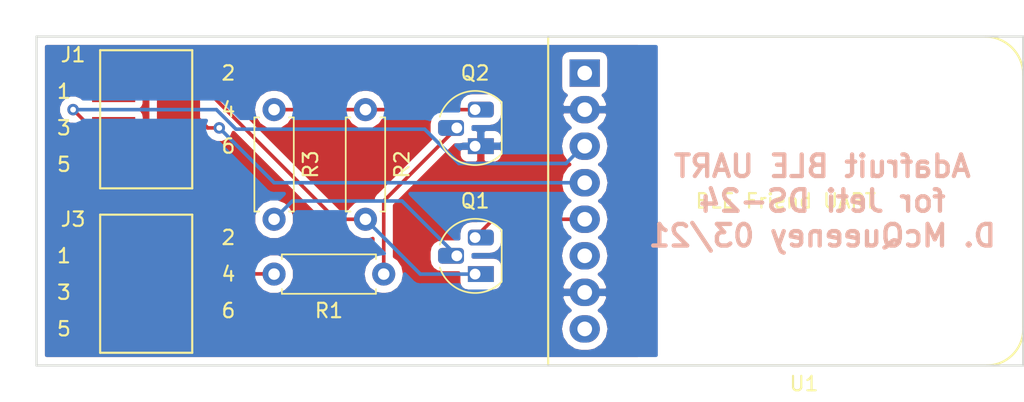
<source format=kicad_pcb>
(kicad_pcb (version 20171130) (host pcbnew 5.0.2+dfsg1-1)

  (general
    (thickness 1.6)
    (drawings 5)
    (tracks 34)
    (zones 0)
    (modules 8)
    (nets 18)
  )

  (page A4)
  (layers
    (0 F.Cu signal)
    (31 B.Cu signal)
    (32 B.Adhes user)
    (33 F.Adhes user)
    (34 B.Paste user)
    (35 F.Paste user)
    (36 B.SilkS user)
    (37 F.SilkS user)
    (38 B.Mask user)
    (39 F.Mask user)
    (40 Dwgs.User user)
    (41 Cmts.User user)
    (42 Eco1.User user)
    (43 Eco2.User user)
    (44 Edge.Cuts user)
    (45 Margin user)
    (46 B.CrtYd user)
    (47 F.CrtYd user)
    (48 B.Fab user hide)
    (49 F.Fab user hide)
  )

  (setup
    (last_trace_width 0.25)
    (trace_clearance 0.2)
    (zone_clearance 0.508)
    (zone_45_only no)
    (trace_min 0.2)
    (segment_width 0.2)
    (edge_width 0.15)
    (via_size 0.8)
    (via_drill 0.4)
    (via_min_size 0.4)
    (via_min_drill 0.3)
    (uvia_size 0.3)
    (uvia_drill 0.1)
    (uvias_allowed no)
    (uvia_min_size 0.2)
    (uvia_min_drill 0.1)
    (pcb_text_width 0.3)
    (pcb_text_size 1.5 1.5)
    (mod_edge_width 0.15)
    (mod_text_size 1 1)
    (mod_text_width 0.15)
    (pad_size 1.524 1.524)
    (pad_drill 0.762)
    (pad_to_mask_clearance 0.051)
    (solder_mask_min_width 0.25)
    (aux_axis_origin 0 0)
    (visible_elements FFFFFF7F)
    (pcbplotparams
      (layerselection 0x010fc_ffffffff)
      (usegerberextensions false)
      (usegerberattributes false)
      (usegerberadvancedattributes false)
      (creategerberjobfile false)
      (excludeedgelayer true)
      (linewidth 0.100000)
      (plotframeref false)
      (viasonmask false)
      (mode 1)
      (useauxorigin false)
      (hpglpennumber 1)
      (hpglpenspeed 20)
      (hpglpendiameter 15.000000)
      (psnegative false)
      (psa4output false)
      (plotreference true)
      (plotvalue true)
      (plotinvisibletext false)
      (padsonsilk false)
      (subtractmaskfromsilk false)
      (outputformat 1)
      (mirror false)
      (drillshape 1)
      (scaleselection 1)
      (outputdirectory ""))
  )

  (net 0 "")
  (net 1 "Net-(J1-Pad6)")
  (net 2 GND)
  (net 3 "Net-(J1-Pad4)")
  (net 4 "Net-(J1-Pad3)")
  (net 5 "Net-(J1-Pad2)")
  (net 6 "Net-(J3-Pad1)")
  (net 7 "Net-(J3-Pad2)")
  (net 8 "Net-(J3-Pad3)")
  (net 9 "Net-(J3-Pad4)")
  (net 10 "Net-(J3-Pad6)")
  (net 11 "Net-(Q1-Pad2)")
  (net 12 "Net-(Q1-Pad3)")
  (net 13 "Net-(Q2-Pad3)")
  (net 14 "Net-(Q2-Pad2)")
  (net 15 "Net-(U1-Pad1)")
  (net 16 "Net-(U1-Pad6)")
  (net 17 "Net-(U1-Pad8)")

  (net_class Default "This is the default net class."
    (clearance 0.2)
    (trace_width 0.25)
    (via_dia 0.8)
    (via_drill 0.4)
    (uvia_dia 0.3)
    (uvia_drill 0.1)
    (add_net GND)
    (add_net "Net-(J1-Pad2)")
    (add_net "Net-(J1-Pad3)")
    (add_net "Net-(J1-Pad4)")
    (add_net "Net-(J1-Pad6)")
    (add_net "Net-(J3-Pad1)")
    (add_net "Net-(J3-Pad2)")
    (add_net "Net-(J3-Pad3)")
    (add_net "Net-(J3-Pad4)")
    (add_net "Net-(J3-Pad6)")
    (add_net "Net-(Q1-Pad2)")
    (add_net "Net-(Q1-Pad3)")
    (add_net "Net-(Q2-Pad2)")
    (add_net "Net-(Q2-Pad3)")
    (add_net "Net-(U1-Pad1)")
    (add_net "Net-(U1-Pad6)")
    (add_net "Net-(U1-Pad8)")
  )

  (module MedidoFootprints:BLE_FRIEND (layer F.Cu) (tedit 5E726FC7) (tstamp 6062E6B2)
    (at 120.65 72.39)
    (path /604A719A)
    (fp_text reference U1 (at 15.24 12.7) (layer F.SilkS)
      (effects (font (size 1 1) (thickness 0.15)))
    )
    (fp_text value BLE_FRIEND (at 15.24 -8.89) (layer F.Fab)
      (effects (font (size 1 1) (thickness 0.15)))
    )
    (fp_line (start -2.54 -11.43) (end -2.54 11.43) (layer F.Fab) (width 0.15))
    (fp_line (start -2.54 11.43) (end 27.94 11.43) (layer F.Fab) (width 0.15))
    (fp_line (start 30.48 8.89) (end 30.48 -8.89) (layer F.Fab) (width 0.15))
    (fp_line (start 27.94 -11.43) (end -2.54 -11.43) (layer F.Fab) (width 0.15))
    (fp_arc (start 27.94 -8.89) (end 30.48 -8.89) (angle -90) (layer F.Fab) (width 0.15))
    (fp_arc (start 27.94 8.89) (end 27.94 11.43) (angle -90) (layer F.Fab) (width 0.15))
    (fp_text user "BLE Friend UART" (at 13.97 0) (layer F.SilkS)
      (effects (font (size 1 1) (thickness 0.15)))
    )
    (fp_line (start 28.067 -11.43) (end -2.54 -11.43) (layer F.SilkS) (width 0.15))
    (fp_line (start -2.54 11.43) (end 28.448 11.43) (layer F.SilkS) (width 0.15))
    (fp_arc (start 27.94 8.89) (end 27.94 11.43) (angle -92.48955292) (layer F.SilkS) (width 0.15))
    (fp_arc (start 27.813 -8.763) (end 30.48 -8.763) (angle -90) (layer F.SilkS) (width 0.15))
    (fp_line (start 30.48 -8.89) (end 30.48 8.763) (layer F.SilkS) (width 0.15))
    (fp_line (start -2.54 -11.43) (end -2.54 11.43) (layer F.SilkS) (width 0.15))
    (pad 1 thru_hole rect (at 0 -8.89) (size 2.1 1.9) (drill 1.02) (layers *.Cu *.Mask)
      (net 15 "Net-(U1-Pad1)"))
    (pad 2 thru_hole oval (at 0 -6.35) (size 2.1 1.9) (drill 1.02) (layers *.Cu *.Mask)
      (net 2 GND))
    (pad 3 thru_hole oval (at 0 -3.81) (size 2.1 1.9) (drill 1.02) (layers *.Cu *.Mask)
      (net 4 "Net-(J1-Pad3)"))
    (pad 4 thru_hole oval (at 0 -1.27) (size 2.1 1.9) (drill 1.02) (layers *.Cu *.Mask)
      (net 3 "Net-(J1-Pad4)"))
    (pad 5 thru_hole oval (at 0 1.27) (size 2.1 1.9) (drill 1.02) (layers *.Cu *.Mask)
      (net 12 "Net-(Q1-Pad3)"))
    (pad 6 thru_hole oval (at 0 3.81) (size 2.1 1.9) (drill 1.02) (layers *.Cu *.Mask)
      (net 16 "Net-(U1-Pad6)"))
    (pad 7 thru_hole oval (at 0 6.35) (size 2.1 1.9) (drill 1.02) (layers *.Cu *.Mask)
      (net 2 GND))
    (pad 8 thru_hole oval (at 0 8.89) (size 2.1 1.9) (drill 1.02) (layers *.Cu *.Mask)
      (net 17 "Net-(U1-Pad8)"))
    (pad "" np_thru_hole circle (at 26.6954 -8.128) (size 2.9 2.9) (drill 2.9) (layers *.Cu *.Mask))
    (pad "" np_thru_hole circle (at 26.7208 8.128) (size 2.9 2.9) (drill 2.9) (layers *.Cu *.Mask))
    (pad "" np_thru_hole circle (at 26.6954 8.128) (size 2.9 2.9) (drill 2.9) (layers *.Cu *.Mask))
  )

  (module Resistor_THT:R_Axial_DIN0207_L6.3mm_D2.5mm_P7.62mm_Horizontal (layer F.Cu) (tedit 5AE5139B) (tstamp 6058E5F1)
    (at 99.06 73.66 90)
    (descr "Resistor, Axial_DIN0207 series, Axial, Horizontal, pin pitch=7.62mm, 0.25W = 1/4W, length*diameter=6.3*2.5mm^2, http://cdn-reichelt.de/documents/datenblatt/B400/1_4W%23YAG.pdf")
    (tags "Resistor Axial_DIN0207 series Axial Horizontal pin pitch 7.62mm 0.25W = 1/4W length 6.3mm diameter 2.5mm")
    (path /604A7BEF)
    (fp_text reference R3 (at 3.81 2.54 90) (layer F.SilkS)
      (effects (font (size 1 1) (thickness 0.15)))
    )
    (fp_text value 1K (at 3.81 2.37 90) (layer F.Fab)
      (effects (font (size 1 1) (thickness 0.15)))
    )
    (fp_line (start 0.66 -1.25) (end 0.66 1.25) (layer F.Fab) (width 0.1))
    (fp_line (start 0.66 1.25) (end 6.96 1.25) (layer F.Fab) (width 0.1))
    (fp_line (start 6.96 1.25) (end 6.96 -1.25) (layer F.Fab) (width 0.1))
    (fp_line (start 6.96 -1.25) (end 0.66 -1.25) (layer F.Fab) (width 0.1))
    (fp_line (start 0 0) (end 0.66 0) (layer F.Fab) (width 0.1))
    (fp_line (start 7.62 0) (end 6.96 0) (layer F.Fab) (width 0.1))
    (fp_line (start 0.54 -1.04) (end 0.54 -1.37) (layer F.SilkS) (width 0.12))
    (fp_line (start 0.54 -1.37) (end 7.08 -1.37) (layer F.SilkS) (width 0.12))
    (fp_line (start 7.08 -1.37) (end 7.08 -1.04) (layer F.SilkS) (width 0.12))
    (fp_line (start 0.54 1.04) (end 0.54 1.37) (layer F.SilkS) (width 0.12))
    (fp_line (start 0.54 1.37) (end 7.08 1.37) (layer F.SilkS) (width 0.12))
    (fp_line (start 7.08 1.37) (end 7.08 1.04) (layer F.SilkS) (width 0.12))
    (fp_line (start -1.05 -1.5) (end -1.05 1.5) (layer F.CrtYd) (width 0.05))
    (fp_line (start -1.05 1.5) (end 8.67 1.5) (layer F.CrtYd) (width 0.05))
    (fp_line (start 8.67 1.5) (end 8.67 -1.5) (layer F.CrtYd) (width 0.05))
    (fp_line (start 8.67 -1.5) (end -1.05 -1.5) (layer F.CrtYd) (width 0.05))
    (fp_text user %R (at 3.81 0 90) (layer F.Fab)
      (effects (font (size 1 1) (thickness 0.15)))
    )
    (pad 1 thru_hole circle (at 0 0 90) (size 1.6 1.6) (drill 0.8) (layers *.Cu *.Mask)
      (net 11 "Net-(Q1-Pad2)"))
    (pad 2 thru_hole oval (at 7.62 0 90) (size 1.6 1.6) (drill 0.8) (layers *.Cu *.Mask)
      (net 13 "Net-(Q2-Pad3)"))
    (model ${KISYS3DMOD}/Resistor_THT.3dshapes/R_Axial_DIN0207_L6.3mm_D2.5mm_P7.62mm_Horizontal.wrl
      (at (xyz 0 0 0))
      (scale (xyz 1 1 1))
      (rotate (xyz 0 0 0))
    )
  )

  (module Resistor_THT:R_Axial_DIN0207_L6.3mm_D2.5mm_P7.62mm_Horizontal (layer F.Cu) (tedit 5AE5139B) (tstamp 6058E5DB)
    (at 105.41 73.66 90)
    (descr "Resistor, Axial_DIN0207 series, Axial, Horizontal, pin pitch=7.62mm, 0.25W = 1/4W, length*diameter=6.3*2.5mm^2, http://cdn-reichelt.de/documents/datenblatt/B400/1_4W%23YAG.pdf")
    (tags "Resistor Axial_DIN0207 series Axial Horizontal pin pitch 7.62mm 0.25W = 1/4W length 6.3mm diameter 2.5mm")
    (path /604A7571)
    (fp_text reference R2 (at 3.81 2.54 90) (layer F.SilkS)
      (effects (font (size 1 1) (thickness 0.15)))
    )
    (fp_text value 10K (at 3.81 2.37 90) (layer F.Fab)
      (effects (font (size 1 1) (thickness 0.15)))
    )
    (fp_text user %R (at 3.81 0 90) (layer F.Fab)
      (effects (font (size 1 1) (thickness 0.15)))
    )
    (fp_line (start 8.67 -1.5) (end -1.05 -1.5) (layer F.CrtYd) (width 0.05))
    (fp_line (start 8.67 1.5) (end 8.67 -1.5) (layer F.CrtYd) (width 0.05))
    (fp_line (start -1.05 1.5) (end 8.67 1.5) (layer F.CrtYd) (width 0.05))
    (fp_line (start -1.05 -1.5) (end -1.05 1.5) (layer F.CrtYd) (width 0.05))
    (fp_line (start 7.08 1.37) (end 7.08 1.04) (layer F.SilkS) (width 0.12))
    (fp_line (start 0.54 1.37) (end 7.08 1.37) (layer F.SilkS) (width 0.12))
    (fp_line (start 0.54 1.04) (end 0.54 1.37) (layer F.SilkS) (width 0.12))
    (fp_line (start 7.08 -1.37) (end 7.08 -1.04) (layer F.SilkS) (width 0.12))
    (fp_line (start 0.54 -1.37) (end 7.08 -1.37) (layer F.SilkS) (width 0.12))
    (fp_line (start 0.54 -1.04) (end 0.54 -1.37) (layer F.SilkS) (width 0.12))
    (fp_line (start 7.62 0) (end 6.96 0) (layer F.Fab) (width 0.1))
    (fp_line (start 0 0) (end 0.66 0) (layer F.Fab) (width 0.1))
    (fp_line (start 6.96 -1.25) (end 0.66 -1.25) (layer F.Fab) (width 0.1))
    (fp_line (start 6.96 1.25) (end 6.96 -1.25) (layer F.Fab) (width 0.1))
    (fp_line (start 0.66 1.25) (end 6.96 1.25) (layer F.Fab) (width 0.1))
    (fp_line (start 0.66 -1.25) (end 0.66 1.25) (layer F.Fab) (width 0.1))
    (pad 2 thru_hole oval (at 7.62 0 90) (size 1.6 1.6) (drill 0.8) (layers *.Cu *.Mask)
      (net 13 "Net-(Q2-Pad3)"))
    (pad 1 thru_hole circle (at 0 0 90) (size 1.6 1.6) (drill 0.8) (layers *.Cu *.Mask)
      (net 5 "Net-(J1-Pad2)"))
    (model ${KISYS3DMOD}/Resistor_THT.3dshapes/R_Axial_DIN0207_L6.3mm_D2.5mm_P7.62mm_Horizontal.wrl
      (at (xyz 0 0 0))
      (scale (xyz 1 1 1))
      (rotate (xyz 0 0 0))
    )
  )

  (module Resistor_THT:R_Axial_DIN0207_L6.3mm_D2.5mm_P7.62mm_Horizontal (layer F.Cu) (tedit 5AE5139B) (tstamp 6058E5C5)
    (at 99.06 77.47)
    (descr "Resistor, Axial_DIN0207 series, Axial, Horizontal, pin pitch=7.62mm, 0.25W = 1/4W, length*diameter=6.3*2.5mm^2, http://cdn-reichelt.de/documents/datenblatt/B400/1_4W%23YAG.pdf")
    (tags "Resistor Axial_DIN0207 series Axial Horizontal pin pitch 7.62mm 0.25W = 1/4W length 6.3mm diameter 2.5mm")
    (path /604A74DF)
    (fp_text reference R1 (at 3.81 2.54) (layer F.SilkS)
      (effects (font (size 1 1) (thickness 0.15)))
    )
    (fp_text value 1K (at 3.81 2.37) (layer F.Fab)
      (effects (font (size 1 1) (thickness 0.15)))
    )
    (fp_line (start 0.66 -1.25) (end 0.66 1.25) (layer F.Fab) (width 0.1))
    (fp_line (start 0.66 1.25) (end 6.96 1.25) (layer F.Fab) (width 0.1))
    (fp_line (start 6.96 1.25) (end 6.96 -1.25) (layer F.Fab) (width 0.1))
    (fp_line (start 6.96 -1.25) (end 0.66 -1.25) (layer F.Fab) (width 0.1))
    (fp_line (start 0 0) (end 0.66 0) (layer F.Fab) (width 0.1))
    (fp_line (start 7.62 0) (end 6.96 0) (layer F.Fab) (width 0.1))
    (fp_line (start 0.54 -1.04) (end 0.54 -1.37) (layer F.SilkS) (width 0.12))
    (fp_line (start 0.54 -1.37) (end 7.08 -1.37) (layer F.SilkS) (width 0.12))
    (fp_line (start 7.08 -1.37) (end 7.08 -1.04) (layer F.SilkS) (width 0.12))
    (fp_line (start 0.54 1.04) (end 0.54 1.37) (layer F.SilkS) (width 0.12))
    (fp_line (start 0.54 1.37) (end 7.08 1.37) (layer F.SilkS) (width 0.12))
    (fp_line (start 7.08 1.37) (end 7.08 1.04) (layer F.SilkS) (width 0.12))
    (fp_line (start -1.05 -1.5) (end -1.05 1.5) (layer F.CrtYd) (width 0.05))
    (fp_line (start -1.05 1.5) (end 8.67 1.5) (layer F.CrtYd) (width 0.05))
    (fp_line (start 8.67 1.5) (end 8.67 -1.5) (layer F.CrtYd) (width 0.05))
    (fp_line (start 8.67 -1.5) (end -1.05 -1.5) (layer F.CrtYd) (width 0.05))
    (fp_text user %R (at 3.81 0) (layer F.Fab)
      (effects (font (size 1 1) (thickness 0.15)))
    )
    (pad 1 thru_hole circle (at 0 0) (size 1.6 1.6) (drill 0.8) (layers *.Cu *.Mask)
      (net 9 "Net-(J3-Pad4)"))
    (pad 2 thru_hole oval (at 7.62 0) (size 1.6 1.6) (drill 0.8) (layers *.Cu *.Mask)
      (net 14 "Net-(Q2-Pad2)"))
    (model ${KISYS3DMOD}/Resistor_THT.3dshapes/R_Axial_DIN0207_L6.3mm_D2.5mm_P7.62mm_Horizontal.wrl
      (at (xyz 0 0 0))
      (scale (xyz 1 1 1))
      (rotate (xyz 0 0 0))
    )
  )

  (module MedidoFootprints:JetiWurth (layer F.Cu) (tedit 603835FA) (tstamp 6062ED08)
    (at 90.17 67.31)
    (path /604A7296)
    (fp_text reference J1 (at -5.08 -5.08) (layer F.SilkS)
      (effects (font (size 1 1) (thickness 0.15)))
    )
    (fp_text value JetiWurth (at 0.1 -6.7) (layer F.Fab)
      (effects (font (size 1 1) (thickness 0.15)))
    )
    (fp_line (start -3.2 -5.4) (end 3.2 -5.4) (layer F.SilkS) (width 0.15))
    (fp_line (start -3.2 4.2) (end -3.2 -5.4) (layer F.SilkS) (width 0.15))
    (fp_line (start 3.2 4.2) (end -3.2 4.2) (layer F.SilkS) (width 0.15))
    (fp_line (start 3.2 -5.4) (end 3.2 4.2) (layer F.SilkS) (width 0.15))
    (fp_text user 6 (at 5.715 1.27) (layer F.SilkS)
      (effects (font (size 1 1) (thickness 0.15)))
    )
    (fp_text user 4 (at 5.715 -1.27) (layer F.SilkS)
      (effects (font (size 1 1) (thickness 0.15)))
    )
    (fp_text user 2 (at 5.715 -3.81) (layer F.SilkS)
      (effects (font (size 1 1) (thickness 0.15)))
    )
    (fp_text user 5 (at -5.715 2.54) (layer F.SilkS)
      (effects (font (size 1 1) (thickness 0.15)))
    )
    (fp_text user 3 (at -5.715 0) (layer F.SilkS)
      (effects (font (size 1 1) (thickness 0.15)))
    )
    (fp_text user 1 (at -5.715 -2.54) (layer F.SilkS)
      (effects (font (size 1 1) (thickness 0.15)))
    )
    (pad 6 smd rect (at 2.25806 1.28016) (size 3 1.5) (layers F.Cu F.Paste F.Mask)
      (net 1 "Net-(J1-Pad6)"))
    (pad 5 smd rect (at -2.2606 2.54) (size 3 1.5) (layers F.Cu F.Paste F.Mask)
      (net 2 GND))
    (pad 4 smd rect (at 2.24536 -1.2827) (size 3 1.5) (layers F.Cu F.Paste F.Mask)
      (net 3 "Net-(J1-Pad4)"))
    (pad 3 smd rect (at -2.2606 -0.00762) (size 3 1.5) (layers F.Cu F.Paste F.Mask)
      (net 4 "Net-(J1-Pad3)"))
    (pad 2 smd rect (at 2.24536 -3.81762) (size 3 1.5) (layers F.Cu F.Paste F.Mask)
      (net 5 "Net-(J1-Pad2)"))
    (pad 1 smd rect (at -2.2606 -2.54254) (size 3 1.5) (layers F.Cu F.Paste F.Mask)
      (net 2 GND))
  )

  (module MedidoFootprints:JetiWurth (layer F.Cu) (tedit 603835FA) (tstamp 6062E62D)
    (at 90.17 78.74)
    (path /604A721C)
    (fp_text reference J3 (at -5.08 -5.08) (layer F.SilkS)
      (effects (font (size 1 1) (thickness 0.15)))
    )
    (fp_text value JetiWurth (at 0.1 -6.7) (layer F.Fab)
      (effects (font (size 1 1) (thickness 0.15)))
    )
    (fp_text user 1 (at -5.715 -2.54) (layer F.SilkS)
      (effects (font (size 1 1) (thickness 0.15)))
    )
    (fp_text user 3 (at -5.715 0) (layer F.SilkS)
      (effects (font (size 1 1) (thickness 0.15)))
    )
    (fp_text user 5 (at -5.715 2.54) (layer F.SilkS)
      (effects (font (size 1 1) (thickness 0.15)))
    )
    (fp_text user 2 (at 5.715 -3.81) (layer F.SilkS)
      (effects (font (size 1 1) (thickness 0.15)))
    )
    (fp_text user 4 (at 5.715 -1.27) (layer F.SilkS)
      (effects (font (size 1 1) (thickness 0.15)))
    )
    (fp_text user 6 (at 5.715 1.27) (layer F.SilkS)
      (effects (font (size 1 1) (thickness 0.15)))
    )
    (fp_line (start 3.2 -5.4) (end 3.2 4.2) (layer F.SilkS) (width 0.15))
    (fp_line (start 3.2 4.2) (end -3.2 4.2) (layer F.SilkS) (width 0.15))
    (fp_line (start -3.2 4.2) (end -3.2 -5.4) (layer F.SilkS) (width 0.15))
    (fp_line (start -3.2 -5.4) (end 3.2 -5.4) (layer F.SilkS) (width 0.15))
    (pad 1 smd rect (at -2.2606 -2.54254) (size 3 1.5) (layers F.Cu F.Paste F.Mask)
      (net 6 "Net-(J3-Pad1)"))
    (pad 2 smd rect (at 2.24536 -3.81762) (size 3 1.5) (layers F.Cu F.Paste F.Mask)
      (net 7 "Net-(J3-Pad2)"))
    (pad 3 smd rect (at -2.2606 -0.00762) (size 3 1.5) (layers F.Cu F.Paste F.Mask)
      (net 8 "Net-(J3-Pad3)"))
    (pad 4 smd rect (at 2.24536 -1.2827) (size 3 1.5) (layers F.Cu F.Paste F.Mask)
      (net 9 "Net-(J3-Pad4)"))
    (pad 5 smd rect (at -2.2606 2.54) (size 3 1.5) (layers F.Cu F.Paste F.Mask)
      (net 2 GND))
    (pad 6 smd rect (at 2.25806 1.28016) (size 3 1.5) (layers F.Cu F.Paste F.Mask)
      (net 10 "Net-(J3-Pad6)"))
  )

  (module Package_TO_SOT_THT:TO-92L_HandSolder (layer F.Cu) (tedit 5A282C70) (tstamp 6062E63F)
    (at 113.03 77.47 90)
    (descr "TO-92L leads in-line (large body variant of TO-92), also known as TO-226, wide, drill 0.75mm, hand-soldering variant with enlarged pads (see https://www.diodes.com/assets/Package-Files/TO92L.pdf and http://www.ti.com/lit/an/snoa059/snoa059.pdf)")
    (tags "to-92 sc-43 sc-43a sot54 PA33 transistor")
    (path /604A734A)
    (fp_text reference Q1 (at 5.08 0 180) (layer F.SilkS)
      (effects (font (size 1 1) (thickness 0.15)))
    )
    (fp_text value 2N3906 (at 1.27 2.79 90) (layer F.Fab)
      (effects (font (size 1 1) (thickness 0.15)))
    )
    (fp_text user %R (at 1.27 0 90) (layer F.Fab)
      (effects (font (size 1 1) (thickness 0.15)))
    )
    (fp_line (start -0.53 1.85) (end 3.07 1.85) (layer F.SilkS) (width 0.12))
    (fp_line (start -0.5 1.75) (end 3 1.75) (layer F.Fab) (width 0.1))
    (fp_line (start -1.46 -3.05) (end 4 -3.05) (layer F.CrtYd) (width 0.05))
    (fp_line (start -1.45 -3.05) (end -1.46 2.01) (layer F.CrtYd) (width 0.05))
    (fp_line (start 4 2.01) (end 4 -3.05) (layer F.CrtYd) (width 0.05))
    (fp_line (start 4 2.01) (end -1.46 2.01) (layer F.CrtYd) (width 0.05))
    (fp_arc (start 1.27 0) (end 1.27 -2.48) (angle 135) (layer F.Fab) (width 0.1))
    (fp_arc (start 1.27 0) (end 0.45 -2.45) (angle -116.9763941) (layer F.SilkS) (width 0.12))
    (fp_arc (start 1.27 0) (end 1.27 -2.48) (angle -135) (layer F.Fab) (width 0.1))
    (fp_arc (start 1.27 0) (end 2.05 -2.45) (angle 117.6433766) (layer F.SilkS) (width 0.12))
    (pad 2 thru_hole roundrect (at 1.27 -1.27 90) (size 1.1 1.8) (drill 0.75 (offset 0 -0.4)) (layers *.Cu *.Mask) (roundrect_rratio 0.25)
      (net 11 "Net-(Q1-Pad2)"))
    (pad 3 thru_hole roundrect (at 2.54 0 90) (size 1.1 1.8) (drill 0.75 (offset 0 0.4)) (layers *.Cu *.Mask) (roundrect_rratio 0.25)
      (net 12 "Net-(Q1-Pad3)"))
    (pad 1 thru_hole rect (at 0 0 90) (size 1.1 1.8) (drill 0.75 (offset 0 0.4)) (layers *.Cu *.Mask)
      (net 5 "Net-(J1-Pad2)"))
    (model ${KISYS3DMOD}/Package_TO_SOT_THT.3dshapes/TO-92L.wrl
      (at (xyz 0 0 0))
      (scale (xyz 1 1 1))
      (rotate (xyz 0 0 0))
    )
  )

  (module Package_TO_SOT_THT:TO-92L_HandSolder (layer F.Cu) (tedit 5A282C70) (tstamp 6062E651)
    (at 113.03 68.58 90)
    (descr "TO-92L leads in-line (large body variant of TO-92), also known as TO-226, wide, drill 0.75mm, hand-soldering variant with enlarged pads (see https://www.diodes.com/assets/Package-Files/TO92L.pdf and http://www.ti.com/lit/an/snoa059/snoa059.pdf)")
    (tags "to-92 sc-43 sc-43a sot54 PA33 transistor")
    (path /604A7452)
    (fp_text reference Q2 (at 5.08 0 180) (layer F.SilkS)
      (effects (font (size 1 1) (thickness 0.15)))
    )
    (fp_text value 2N3904 (at 1.27 2.79 90) (layer F.Fab)
      (effects (font (size 1 1) (thickness 0.15)))
    )
    (fp_arc (start 1.27 0) (end 2.05 -2.45) (angle 117.6433766) (layer F.SilkS) (width 0.12))
    (fp_arc (start 1.27 0) (end 1.27 -2.48) (angle -135) (layer F.Fab) (width 0.1))
    (fp_arc (start 1.27 0) (end 0.45 -2.45) (angle -116.9763941) (layer F.SilkS) (width 0.12))
    (fp_arc (start 1.27 0) (end 1.27 -2.48) (angle 135) (layer F.Fab) (width 0.1))
    (fp_line (start 4 2.01) (end -1.46 2.01) (layer F.CrtYd) (width 0.05))
    (fp_line (start 4 2.01) (end 4 -3.05) (layer F.CrtYd) (width 0.05))
    (fp_line (start -1.45 -3.05) (end -1.46 2.01) (layer F.CrtYd) (width 0.05))
    (fp_line (start -1.46 -3.05) (end 4 -3.05) (layer F.CrtYd) (width 0.05))
    (fp_line (start -0.5 1.75) (end 3 1.75) (layer F.Fab) (width 0.1))
    (fp_line (start -0.53 1.85) (end 3.07 1.85) (layer F.SilkS) (width 0.12))
    (fp_text user %R (at 1.27 0 90) (layer F.Fab)
      (effects (font (size 1 1) (thickness 0.15)))
    )
    (pad 1 thru_hole rect (at 0 0 90) (size 1.1 1.8) (drill 0.75 (offset 0 0.4)) (layers *.Cu *.Mask)
      (net 2 GND))
    (pad 3 thru_hole roundrect (at 2.54 0 90) (size 1.1 1.8) (drill 0.75 (offset 0 0.4)) (layers *.Cu *.Mask) (roundrect_rratio 0.25)
      (net 13 "Net-(Q2-Pad3)"))
    (pad 2 thru_hole roundrect (at 1.27 -1.27 90) (size 1.1 1.8) (drill 0.75 (offset 0 -0.4)) (layers *.Cu *.Mask) (roundrect_rratio 0.25)
      (net 14 "Net-(Q2-Pad2)"))
    (model ${KISYS3DMOD}/Package_TO_SOT_THT.3dshapes/TO-92L.wrl
      (at (xyz 0 0 0))
      (scale (xyz 1 1 1))
      (rotate (xyz 0 0 0))
    )
  )

  (gr_text "Adafruit BLE UART\nfor Jeti DS-24\nD. McQueeney 03/21" (at 137.16 72.39) (layer B.SilkS)
    (effects (font (size 1.5 1.5) (thickness 0.3)) (justify mirror))
  )
  (gr_line (start 151.13 83.82) (end 82.55 83.82) (layer Edge.Cuts) (width 0.15))
  (gr_line (start 151.13 60.96) (end 151.13 83.82) (layer Edge.Cuts) (width 0.15))
  (gr_line (start 82.55 60.96) (end 151.13 60.96) (layer Edge.Cuts) (width 0.15))
  (gr_line (start 82.55 60.96) (end 82.55 83.82) (layer Edge.Cuts) (width 0.15))

  (via (at 95.25 67.31) (size 0.8) (drill 0.4) (layers F.Cu B.Cu) (net 3))
  (segment (start 94.44806 67.31) (end 95.25 67.31) (width 0.25) (layer F.Cu) (net 3))
  (segment (start 92.41536 66.0273) (end 93.16536 66.0273) (width 0.25) (layer F.Cu) (net 3))
  (segment (start 93.16536 66.0273) (end 94.44806 67.31) (width 0.25) (layer F.Cu) (net 3))
  (segment (start 99.06 71.12) (end 120.65 71.12) (width 0.25) (layer B.Cu) (net 3))
  (segment (start 95.25 67.31) (end 99.06 71.12) (width 0.25) (layer B.Cu) (net 3))
  (via (at 85.09 66.04) (size 0.8) (drill 0.4) (layers F.Cu B.Cu) (net 4))
  (segment (start 95.053002 66.04) (end 85.09 66.04) (width 0.25) (layer B.Cu) (net 4))
  (segment (start 120.65 68.58) (end 120.55 68.58) (width 0.25) (layer B.Cu) (net 4))
  (segment (start 120.55 68.58) (end 119.35 69.78) (width 0.25) (layer B.Cu) (net 4))
  (segment (start 119.35 69.78) (end 111.904274 69.78) (width 0.25) (layer B.Cu) (net 4))
  (segment (start 111.904274 69.78) (end 109.522865 67.398591) (width 0.25) (layer B.Cu) (net 4))
  (segment (start 109.522865 67.398591) (end 96.411593 67.398591) (width 0.25) (layer B.Cu) (net 4))
  (segment (start 96.411593 67.398591) (end 95.053002 66.04) (width 0.25) (layer B.Cu) (net 4))
  (segment (start 85.09 66.04) (end 86.36 67.31) (width 0.25) (layer F.Cu) (net 4))
  (segment (start 86.36762 67.30238) (end 87.9094 67.30238) (width 0.25) (layer F.Cu) (net 4))
  (segment (start 86.36 67.31) (end 86.36762 67.30238) (width 0.25) (layer F.Cu) (net 4))
  (segment (start 109.22 77.47) (end 113.03 77.47) (width 0.25) (layer B.Cu) (net 5))
  (segment (start 105.41 73.66) (end 109.22 77.47) (width 0.25) (layer B.Cu) (net 5))
  (segment (start 104.27863 73.66) (end 105.41 73.66) (width 0.25) (layer F.Cu) (net 5))
  (segment (start 103.33298 73.66) (end 104.27863 73.66) (width 0.25) (layer F.Cu) (net 5))
  (segment (start 93.16536 63.49238) (end 103.33298 73.66) (width 0.25) (layer F.Cu) (net 5))
  (segment (start 92.41536 63.49238) (end 93.16536 63.49238) (width 0.25) (layer F.Cu) (net 5))
  (segment (start 99.0473 77.4573) (end 99.06 77.47) (width 0.25) (layer F.Cu) (net 9))
  (segment (start 92.41536 77.4573) (end 99.0473 77.4573) (width 0.25) (layer F.Cu) (net 9))
  (segment (start 107.95 72.39) (end 111.76 76.2) (width 0.25) (layer B.Cu) (net 11))
  (segment (start 100.33 72.39) (end 107.95 72.39) (width 0.25) (layer B.Cu) (net 11))
  (segment (start 99.06 73.66) (end 100.33 72.39) (width 0.25) (layer B.Cu) (net 11))
  (segment (start 114.3 73.66) (end 120.65 73.66) (width 0.25) (layer F.Cu) (net 12))
  (segment (start 113.03 74.93) (end 114.3 73.66) (width 0.25) (layer F.Cu) (net 12))
  (segment (start 99.06 66.04) (end 105.41 66.04) (width 0.25) (layer F.Cu) (net 13))
  (segment (start 105.41 66.04) (end 113.03 66.04) (width 0.25) (layer F.Cu) (net 13))
  (segment (start 106.68 72.39) (end 111.76 67.31) (width 0.25) (layer F.Cu) (net 14))
  (segment (start 106.68 77.47) (end 106.68 72.39) (width 0.25) (layer F.Cu) (net 14))

  (zone (net 2) (net_name GND) (layer F.Cu) (tstamp 0) (hatch edge 0.508)
    (connect_pads (clearance 0.508))
    (min_thickness 0.254)
    (fill yes (arc_segments 16) (thermal_gap 0.508) (thermal_bridge_width 0.508))
    (polygon
      (pts
        (xy 81.28 59.69) (xy 81.28 85.09) (xy 124.46 85.09) (xy 124.46 59.69)
      )
    )
    (filled_polygon
      (pts
        (xy 124.333 83.11) (xy 83.26 83.11) (xy 83.26 81.56575) (xy 85.7744 81.56575) (xy 85.7744 82.15631)
        (xy 85.871073 82.389699) (xy 86.049702 82.568327) (xy 86.283091 82.665) (xy 87.62365 82.665) (xy 87.7824 82.50625)
        (xy 87.7824 81.407) (xy 88.0364 81.407) (xy 88.0364 82.50625) (xy 88.19515 82.665) (xy 89.535709 82.665)
        (xy 89.769098 82.568327) (xy 89.947727 82.389699) (xy 90.0444 82.15631) (xy 90.0444 81.56575) (xy 89.88565 81.407)
        (xy 88.0364 81.407) (xy 87.7824 81.407) (xy 85.93315 81.407) (xy 85.7744 81.56575) (xy 83.26 81.56575)
        (xy 83.26 75.44746) (xy 85.76196 75.44746) (xy 85.76196 76.94746) (xy 85.811243 77.195225) (xy 85.951591 77.405269)
        (xy 86.040864 77.46492) (xy 85.951591 77.524571) (xy 85.811243 77.734615) (xy 85.76196 77.98238) (xy 85.76196 79.48238)
        (xy 85.811243 79.730145) (xy 85.951591 79.940189) (xy 86.041266 80.000109) (xy 85.871073 80.170301) (xy 85.7744 80.40369)
        (xy 85.7744 80.99425) (xy 85.93315 81.153) (xy 87.7824 81.153) (xy 87.7824 81.133) (xy 88.0364 81.133)
        (xy 88.0364 81.153) (xy 89.88565 81.153) (xy 90.0444 80.99425) (xy 90.0444 80.40369) (xy 89.947727 80.170301)
        (xy 89.777534 80.000109) (xy 89.867209 79.940189) (xy 90.007557 79.730145) (xy 90.05684 79.48238) (xy 90.05684 77.98238)
        (xy 90.007557 77.734615) (xy 89.867209 77.524571) (xy 89.777936 77.46492) (xy 89.867209 77.405269) (xy 90.007557 77.195225)
        (xy 90.05684 76.94746) (xy 90.05684 75.44746) (xy 90.007557 75.199695) (xy 89.867209 74.989651) (xy 89.657165 74.849303)
        (xy 89.4094 74.80002) (xy 86.4094 74.80002) (xy 86.161635 74.849303) (xy 85.951591 74.989651) (xy 85.811243 75.199695)
        (xy 85.76196 75.44746) (xy 83.26 75.44746) (xy 83.26 74.17238) (xy 90.26792 74.17238) (xy 90.26792 75.67238)
        (xy 90.317203 75.920145) (xy 90.457551 76.130189) (xy 90.546824 76.18984) (xy 90.457551 76.249491) (xy 90.317203 76.459535)
        (xy 90.26792 76.7073) (xy 90.26792 78.2073) (xy 90.317203 78.455065) (xy 90.457551 78.665109) (xy 90.574082 78.742973)
        (xy 90.470251 78.812351) (xy 90.329903 79.022395) (xy 90.28062 79.27016) (xy 90.28062 80.77016) (xy 90.329903 81.017925)
        (xy 90.470251 81.227969) (xy 90.680295 81.368317) (xy 90.92806 81.4176) (xy 93.92806 81.4176) (xy 94.175825 81.368317)
        (xy 94.307999 81.28) (xy 118.933949 81.28) (xy 119.056964 81.898436) (xy 119.407279 82.422721) (xy 119.931564 82.773036)
        (xy 120.393897 82.865) (xy 120.906103 82.865) (xy 121.368436 82.773036) (xy 121.892721 82.422721) (xy 122.243036 81.898436)
        (xy 122.366051 81.28) (xy 122.243036 80.661564) (xy 121.892721 80.137279) (xy 121.683282 79.997337) (xy 122.047288 79.649162)
        (xy 122.290586 79.112588) (xy 122.170584 78.867) (xy 120.777 78.867) (xy 120.777 78.887) (xy 120.523 78.887)
        (xy 120.523 78.867) (xy 119.129416 78.867) (xy 119.009414 79.112588) (xy 119.252712 79.649162) (xy 119.616718 79.997337)
        (xy 119.407279 80.137279) (xy 119.056964 80.661564) (xy 118.933949 81.28) (xy 94.307999 81.28) (xy 94.385869 81.227969)
        (xy 94.526217 81.017925) (xy 94.5755 80.77016) (xy 94.5755 79.27016) (xy 94.526217 79.022395) (xy 94.385869 78.812351)
        (xy 94.269338 78.734487) (xy 94.373169 78.665109) (xy 94.513517 78.455065) (xy 94.560811 78.2173) (xy 97.816309 78.2173)
        (xy 97.843466 78.282862) (xy 98.247138 78.686534) (xy 98.774561 78.905) (xy 99.345439 78.905) (xy 99.872862 78.686534)
        (xy 100.276534 78.282862) (xy 100.495 77.755439) (xy 100.495 77.184561) (xy 100.276534 76.657138) (xy 99.872862 76.253466)
        (xy 99.345439 76.035) (xy 98.774561 76.035) (xy 98.247138 76.253466) (xy 97.843466 76.657138) (xy 97.82683 76.6973)
        (xy 94.560811 76.6973) (xy 94.513517 76.459535) (xy 94.373169 76.249491) (xy 94.283896 76.18984) (xy 94.373169 76.130189)
        (xy 94.513517 75.920145) (xy 94.5628 75.67238) (xy 94.5628 74.17238) (xy 94.513517 73.924615) (xy 94.373169 73.714571)
        (xy 94.163125 73.574223) (xy 93.91536 73.52494) (xy 90.91536 73.52494) (xy 90.667595 73.574223) (xy 90.457551 73.714571)
        (xy 90.317203 73.924615) (xy 90.26792 74.17238) (xy 83.26 74.17238) (xy 83.26 73.374561) (xy 97.625 73.374561)
        (xy 97.625 73.945439) (xy 97.843466 74.472862) (xy 98.247138 74.876534) (xy 98.774561 75.095) (xy 99.345439 75.095)
        (xy 99.872862 74.876534) (xy 100.276534 74.472862) (xy 100.495 73.945439) (xy 100.495 73.374561) (xy 100.276534 72.847138)
        (xy 99.872862 72.443466) (xy 99.345439 72.225) (xy 98.774561 72.225) (xy 98.247138 72.443466) (xy 97.843466 72.847138)
        (xy 97.625 73.374561) (xy 83.26 73.374561) (xy 83.26 70.13575) (xy 85.7744 70.13575) (xy 85.7744 70.72631)
        (xy 85.871073 70.959699) (xy 86.049702 71.138327) (xy 86.283091 71.235) (xy 87.62365 71.235) (xy 87.7824 71.07625)
        (xy 87.7824 69.977) (xy 88.0364 69.977) (xy 88.0364 71.07625) (xy 88.19515 71.235) (xy 89.535709 71.235)
        (xy 89.769098 71.138327) (xy 89.947727 70.959699) (xy 90.0444 70.72631) (xy 90.0444 70.13575) (xy 89.88565 69.977)
        (xy 88.0364 69.977) (xy 87.7824 69.977) (xy 85.93315 69.977) (xy 85.7744 70.13575) (xy 83.26 70.13575)
        (xy 83.26 65.834126) (xy 84.055 65.834126) (xy 84.055 66.245874) (xy 84.212569 66.62628) (xy 84.50372 66.917431)
        (xy 84.884126 67.075) (xy 85.050199 67.075) (xy 85.76196 67.786762) (xy 85.76196 68.05238) (xy 85.811243 68.300145)
        (xy 85.951591 68.510189) (xy 86.041266 68.570109) (xy 85.871073 68.740301) (xy 85.7744 68.97369) (xy 85.7744 69.56425)
        (xy 85.93315 69.723) (xy 87.7824 69.723) (xy 87.7824 69.703) (xy 88.0364 69.703) (xy 88.0364 69.723)
        (xy 89.88565 69.723) (xy 90.0444 69.56425) (xy 90.0444 68.97369) (xy 89.947727 68.740301) (xy 89.777534 68.570109)
        (xy 89.867209 68.510189) (xy 90.007557 68.300145) (xy 90.05684 68.05238) (xy 90.05684 66.55238) (xy 90.007557 66.304615)
        (xy 89.867209 66.094571) (xy 89.785147 66.039738) (xy 89.947727 65.877159) (xy 90.0444 65.64377) (xy 90.0444 65.05321)
        (xy 89.88565 64.89446) (xy 88.0364 64.89446) (xy 88.0364 64.91446) (xy 87.7824 64.91446) (xy 87.7824 64.89446)
        (xy 85.93315 64.89446) (xy 85.7744 65.05321) (xy 85.7744 65.260689) (xy 85.67628 65.162569) (xy 85.295874 65.005)
        (xy 84.884126 65.005) (xy 84.50372 65.162569) (xy 84.212569 65.45372) (xy 84.055 65.834126) (xy 83.26 65.834126)
        (xy 83.26 63.89115) (xy 85.7744 63.89115) (xy 85.7744 64.48171) (xy 85.93315 64.64046) (xy 87.7824 64.64046)
        (xy 87.7824 63.54121) (xy 88.0364 63.54121) (xy 88.0364 64.64046) (xy 89.88565 64.64046) (xy 90.0444 64.48171)
        (xy 90.0444 63.89115) (xy 89.947727 63.657761) (xy 89.769098 63.479133) (xy 89.535709 63.38246) (xy 88.19515 63.38246)
        (xy 88.0364 63.54121) (xy 87.7824 63.54121) (xy 87.62365 63.38246) (xy 86.283091 63.38246) (xy 86.049702 63.479133)
        (xy 85.871073 63.657761) (xy 85.7744 63.89115) (xy 83.26 63.89115) (xy 83.26 62.74238) (xy 90.26792 62.74238)
        (xy 90.26792 64.24238) (xy 90.317203 64.490145) (xy 90.457551 64.700189) (xy 90.546824 64.75984) (xy 90.457551 64.819491)
        (xy 90.317203 65.029535) (xy 90.26792 65.2773) (xy 90.26792 66.7773) (xy 90.317203 67.025065) (xy 90.457551 67.235109)
        (xy 90.574082 67.312973) (xy 90.470251 67.382351) (xy 90.329903 67.592395) (xy 90.28062 67.84016) (xy 90.28062 69.34016)
        (xy 90.329903 69.587925) (xy 90.470251 69.797969) (xy 90.680295 69.938317) (xy 90.92806 69.9876) (xy 93.92806 69.9876)
        (xy 94.175825 69.938317) (xy 94.385869 69.797969) (xy 94.526217 69.587925) (xy 94.5755 69.34016) (xy 94.5755 68.099211)
        (xy 94.66372 68.187431) (xy 95.044126 68.345) (xy 95.455874 68.345) (xy 95.83628 68.187431) (xy 96.127431 67.89628)
        (xy 96.234931 67.636752) (xy 102.742651 74.144473) (xy 102.785051 74.207929) (xy 103.036443 74.375904) (xy 103.258128 74.42)
        (xy 103.258132 74.42) (xy 103.332979 74.434888) (xy 103.407826 74.42) (xy 104.17157 74.42) (xy 104.193466 74.472862)
        (xy 104.597138 74.876534) (xy 105.124561 75.095) (xy 105.695439 75.095) (xy 105.92 75.001983) (xy 105.92 76.251956)
        (xy 105.645423 76.435423) (xy 105.32826 76.910091) (xy 105.216887 77.47) (xy 105.32826 78.029909) (xy 105.645423 78.504577)
        (xy 106.120091 78.82174) (xy 106.538667 78.905) (xy 106.821333 78.905) (xy 107.239909 78.82174) (xy 107.714577 78.504577)
        (xy 108.03174 78.029909) (xy 108.143113 77.47) (xy 108.03174 76.910091) (xy 107.714577 76.435423) (xy 107.44 76.251957)
        (xy 107.44 75.925) (xy 109.81256 75.925) (xy 109.81256 76.475) (xy 109.882777 76.828003) (xy 110.082736 77.127264)
        (xy 110.381997 77.327223) (xy 110.735 77.39744) (xy 111.88256 77.39744) (xy 111.88256 78.02) (xy 111.931843 78.267765)
        (xy 112.072191 78.477809) (xy 112.282235 78.618157) (xy 112.53 78.66744) (xy 114.33 78.66744) (xy 114.577765 78.618157)
        (xy 114.787809 78.477809) (xy 114.928157 78.267765) (xy 114.97744 78.02) (xy 114.97744 76.92) (xy 114.928157 76.672235)
        (xy 114.787809 76.462191) (xy 114.577765 76.321843) (xy 114.33 76.27256) (xy 112.90744 76.27256) (xy 112.90744 76.12744)
        (xy 114.055 76.12744) (xy 114.408003 76.057223) (xy 114.707264 75.857264) (xy 114.907223 75.558003) (xy 114.97744 75.205)
        (xy 114.97744 74.655) (xy 114.930695 74.42) (xy 119.151554 74.42) (xy 119.407279 74.802721) (xy 119.597766 74.93)
        (xy 119.407279 75.057279) (xy 119.056964 75.581564) (xy 118.933949 76.2) (xy 119.056964 76.818436) (xy 119.407279 77.342721)
        (xy 119.616718 77.482663) (xy 119.252712 77.830838) (xy 119.009414 78.367412) (xy 119.129416 78.613) (xy 120.523 78.613)
        (xy 120.523 78.593) (xy 120.777 78.593) (xy 120.777 78.613) (xy 122.170584 78.613) (xy 122.290586 78.367412)
        (xy 122.047288 77.830838) (xy 121.683282 77.482663) (xy 121.892721 77.342721) (xy 122.243036 76.818436) (xy 122.366051 76.2)
        (xy 122.243036 75.581564) (xy 121.892721 75.057279) (xy 121.702234 74.93) (xy 121.892721 74.802721) (xy 122.243036 74.278436)
        (xy 122.366051 73.66) (xy 122.243036 73.041564) (xy 121.892721 72.517279) (xy 121.702234 72.39) (xy 121.892721 72.262721)
        (xy 122.243036 71.738436) (xy 122.366051 71.12) (xy 122.243036 70.501564) (xy 121.892721 69.977279) (xy 121.702234 69.85)
        (xy 121.892721 69.722721) (xy 122.243036 69.198436) (xy 122.366051 68.58) (xy 122.243036 67.961564) (xy 121.892721 67.437279)
        (xy 121.683282 67.297337) (xy 122.047288 66.949162) (xy 122.290586 66.412588) (xy 122.170584 66.167) (xy 120.777 66.167)
        (xy 120.777 66.187) (xy 120.523 66.187) (xy 120.523 66.167) (xy 119.129416 66.167) (xy 119.009414 66.412588)
        (xy 119.252712 66.949162) (xy 119.616718 67.297337) (xy 119.407279 67.437279) (xy 119.056964 67.961564) (xy 118.933949 68.58)
        (xy 119.056964 69.198436) (xy 119.407279 69.722721) (xy 119.597766 69.85) (xy 119.407279 69.977279) (xy 119.056964 70.501564)
        (xy 118.933949 71.12) (xy 119.056964 71.738436) (xy 119.407279 72.262721) (xy 119.597766 72.39) (xy 119.407279 72.517279)
        (xy 119.151554 72.9) (xy 114.374846 72.9) (xy 114.299999 72.885112) (xy 114.225152 72.9) (xy 114.225148 72.9)
        (xy 114.003463 72.944096) (xy 113.752071 73.112071) (xy 113.709671 73.175527) (xy 113.152638 73.73256) (xy 112.805 73.73256)
        (xy 112.451997 73.802777) (xy 112.152736 74.002736) (xy 111.952777 74.301997) (xy 111.88256 74.655) (xy 111.88256 75.00256)
        (xy 110.735 75.00256) (xy 110.381997 75.072777) (xy 110.082736 75.272736) (xy 109.882777 75.571997) (xy 109.81256 75.925)
        (xy 107.44 75.925) (xy 107.44 72.704801) (xy 111.279051 68.86575) (xy 111.895 68.86575) (xy 111.895 69.256309)
        (xy 111.991673 69.489698) (xy 112.170301 69.668327) (xy 112.40369 69.765) (xy 113.14425 69.765) (xy 113.303 69.60625)
        (xy 113.303 68.707) (xy 113.557 68.707) (xy 113.557 69.60625) (xy 113.71575 69.765) (xy 114.45631 69.765)
        (xy 114.689699 69.668327) (xy 114.868327 69.489698) (xy 114.965 69.256309) (xy 114.965 68.86575) (xy 114.80625 68.707)
        (xy 113.557 68.707) (xy 113.303 68.707) (xy 112.05375 68.707) (xy 111.895 68.86575) (xy 111.279051 68.86575)
        (xy 111.637362 68.50744) (xy 111.985 68.50744) (xy 112.258687 68.453) (xy 113.303 68.453) (xy 113.303 67.55375)
        (xy 113.557 67.55375) (xy 113.557 68.453) (xy 114.80625 68.453) (xy 114.965 68.29425) (xy 114.965 67.903691)
        (xy 114.868327 67.670302) (xy 114.689699 67.491673) (xy 114.45631 67.395) (xy 113.71575 67.395) (xy 113.557 67.55375)
        (xy 113.303 67.55375) (xy 113.14425 67.395) (xy 112.90744 67.395) (xy 112.90744 67.23744) (xy 114.055 67.23744)
        (xy 114.408003 67.167223) (xy 114.707264 66.967264) (xy 114.907223 66.668003) (xy 114.97744 66.315) (xy 114.97744 65.765)
        (xy 114.907223 65.411997) (xy 114.707264 65.112736) (xy 114.408003 64.912777) (xy 114.055 64.84256) (xy 112.805 64.84256)
        (xy 112.451997 64.912777) (xy 112.152736 65.112736) (xy 112.040974 65.28) (xy 106.628043 65.28) (xy 106.444577 65.005423)
        (xy 105.969909 64.68826) (xy 105.551333 64.605) (xy 105.268667 64.605) (xy 104.850091 64.68826) (xy 104.375423 65.005423)
        (xy 104.191957 65.28) (xy 100.278043 65.28) (xy 100.094577 65.005423) (xy 99.619909 64.68826) (xy 99.201333 64.605)
        (xy 98.918667 64.605) (xy 98.500091 64.68826) (xy 98.025423 65.005423) (xy 97.70826 65.480091) (xy 97.596887 66.04)
        (xy 97.70826 66.599909) (xy 98.025423 67.074577) (xy 98.500091 67.39174) (xy 98.918667 67.475) (xy 99.201333 67.475)
        (xy 99.619909 67.39174) (xy 100.094577 67.074577) (xy 100.278043 66.8) (xy 104.191957 66.8) (xy 104.375423 67.074577)
        (xy 104.850091 67.39174) (xy 105.268667 67.475) (xy 105.551333 67.475) (xy 105.969909 67.39174) (xy 106.444577 67.074577)
        (xy 106.628043 66.8) (xy 109.859305 66.8) (xy 109.81256 67.035) (xy 109.81256 67.585) (xy 109.882777 67.938003)
        (xy 109.952639 68.042559) (xy 106.195528 71.799671) (xy 106.132072 71.842071) (xy 106.089672 71.905527) (xy 106.089671 71.905528)
        (xy 105.964097 72.093463) (xy 105.919474 72.317798) (xy 105.695439 72.225) (xy 105.124561 72.225) (xy 104.597138 72.443466)
        (xy 104.193466 72.847138) (xy 104.17157 72.9) (xy 103.647782 72.9) (xy 94.5628 63.815019) (xy 94.5628 62.74238)
        (xy 94.524534 62.55) (xy 118.95256 62.55) (xy 118.95256 64.45) (xy 119.001843 64.697765) (xy 119.142191 64.907809)
        (xy 119.344533 65.043011) (xy 119.252712 65.130838) (xy 119.009414 65.667412) (xy 119.129416 65.913) (xy 120.523 65.913)
        (xy 120.523 65.893) (xy 120.777 65.893) (xy 120.777 65.913) (xy 122.170584 65.913) (xy 122.290586 65.667412)
        (xy 122.047288 65.130838) (xy 121.955467 65.043011) (xy 122.157809 64.907809) (xy 122.298157 64.697765) (xy 122.34744 64.45)
        (xy 122.34744 62.55) (xy 122.298157 62.302235) (xy 122.157809 62.092191) (xy 121.947765 61.951843) (xy 121.7 61.90256)
        (xy 119.6 61.90256) (xy 119.352235 61.951843) (xy 119.142191 62.092191) (xy 119.001843 62.302235) (xy 118.95256 62.55)
        (xy 94.524534 62.55) (xy 94.513517 62.494615) (xy 94.373169 62.284571) (xy 94.163125 62.144223) (xy 93.91536 62.09494)
        (xy 90.91536 62.09494) (xy 90.667595 62.144223) (xy 90.457551 62.284571) (xy 90.317203 62.494615) (xy 90.26792 62.74238)
        (xy 83.26 62.74238) (xy 83.26 61.67) (xy 124.333 61.67)
      )
    )
  )
  (zone (net 2) (net_name GND) (layer B.Cu) (tstamp 0) (hatch edge 0.508)
    (connect_pads (clearance 0.508))
    (min_thickness 0.254)
    (fill yes (arc_segments 16) (thermal_gap 0.508) (thermal_bridge_width 0.508))
    (polygon
      (pts
        (xy 80.01 58.42) (xy 80.01 86.36) (xy 125.73 86.36) (xy 125.73 58.42)
      )
    )
    (filled_polygon
      (pts
        (xy 125.603 83.11) (xy 83.26 83.11) (xy 83.26 81.28) (xy 118.933949 81.28) (xy 119.056964 81.898436)
        (xy 119.407279 82.422721) (xy 119.931564 82.773036) (xy 120.393897 82.865) (xy 120.906103 82.865) (xy 121.368436 82.773036)
        (xy 121.892721 82.422721) (xy 122.243036 81.898436) (xy 122.366051 81.28) (xy 122.243036 80.661564) (xy 121.892721 80.137279)
        (xy 121.683282 79.997337) (xy 122.047288 79.649162) (xy 122.290586 79.112588) (xy 122.170584 78.867) (xy 120.777 78.867)
        (xy 120.777 78.887) (xy 120.523 78.887) (xy 120.523 78.867) (xy 119.129416 78.867) (xy 119.009414 79.112588)
        (xy 119.252712 79.649162) (xy 119.616718 79.997337) (xy 119.407279 80.137279) (xy 119.056964 80.661564) (xy 118.933949 81.28)
        (xy 83.26 81.28) (xy 83.26 77.184561) (xy 97.625 77.184561) (xy 97.625 77.755439) (xy 97.843466 78.282862)
        (xy 98.247138 78.686534) (xy 98.774561 78.905) (xy 99.345439 78.905) (xy 99.872862 78.686534) (xy 100.276534 78.282862)
        (xy 100.495 77.755439) (xy 100.495 77.184561) (xy 100.276534 76.657138) (xy 99.872862 76.253466) (xy 99.345439 76.035)
        (xy 98.774561 76.035) (xy 98.247138 76.253466) (xy 97.843466 76.657138) (xy 97.625 77.184561) (xy 83.26 77.184561)
        (xy 83.26 65.834126) (xy 84.055 65.834126) (xy 84.055 66.245874) (xy 84.212569 66.62628) (xy 84.50372 66.917431)
        (xy 84.884126 67.075) (xy 85.295874 67.075) (xy 85.67628 66.917431) (xy 85.793711 66.8) (xy 94.340973 66.8)
        (xy 94.215 67.104126) (xy 94.215 67.515874) (xy 94.372569 67.89628) (xy 94.66372 68.187431) (xy 95.044126 68.345)
        (xy 95.210199 68.345) (xy 98.469671 71.604473) (xy 98.512071 71.667929) (xy 98.575527 71.710329) (xy 98.763462 71.835904)
        (xy 98.811605 71.84548) (xy 98.985148 71.88) (xy 98.985152 71.88) (xy 99.06 71.894888) (xy 99.134848 71.88)
        (xy 99.756728 71.88) (xy 99.739671 71.905527) (xy 99.398302 72.246897) (xy 99.345439 72.225) (xy 98.774561 72.225)
        (xy 98.247138 72.443466) (xy 97.843466 72.847138) (xy 97.625 73.374561) (xy 97.625 73.945439) (xy 97.843466 74.472862)
        (xy 98.247138 74.876534) (xy 98.774561 75.095) (xy 99.345439 75.095) (xy 99.872862 74.876534) (xy 100.276534 74.472862)
        (xy 100.495 73.945439) (xy 100.495 73.374561) (xy 100.473103 73.321698) (xy 100.644802 73.15) (xy 104.068016 73.15)
        (xy 103.975 73.374561) (xy 103.975 73.945439) (xy 104.193466 74.472862) (xy 104.597138 74.876534) (xy 105.124561 75.095)
        (xy 105.695439 75.095) (xy 105.748302 75.073103) (xy 106.710199 76.035) (xy 106.538667 76.035) (xy 106.120091 76.11826)
        (xy 105.645423 76.435423) (xy 105.32826 76.910091) (xy 105.216887 77.47) (xy 105.32826 78.029909) (xy 105.645423 78.504577)
        (xy 106.120091 78.82174) (xy 106.538667 78.905) (xy 106.821333 78.905) (xy 107.239909 78.82174) (xy 107.714577 78.504577)
        (xy 108.03174 78.029909) (xy 108.143113 77.47) (xy 108.142595 77.467397) (xy 108.629671 77.954473) (xy 108.672071 78.017929)
        (xy 108.735527 78.060329) (xy 108.923462 78.185904) (xy 108.971605 78.19548) (xy 109.145148 78.23) (xy 109.145152 78.23)
        (xy 109.22 78.244888) (xy 109.294848 78.23) (xy 111.924331 78.23) (xy 111.931843 78.267765) (xy 112.072191 78.477809)
        (xy 112.282235 78.618157) (xy 112.53 78.66744) (xy 114.33 78.66744) (xy 114.577765 78.618157) (xy 114.787809 78.477809)
        (xy 114.928157 78.267765) (xy 114.97744 78.02) (xy 114.97744 76.92) (xy 114.928157 76.672235) (xy 114.787809 76.462191)
        (xy 114.577765 76.321843) (xy 114.33 76.27256) (xy 112.90744 76.27256) (xy 112.90744 76.12744) (xy 114.055 76.12744)
        (xy 114.408003 76.057223) (xy 114.707264 75.857264) (xy 114.907223 75.558003) (xy 114.97744 75.205) (xy 114.97744 74.655)
        (xy 114.907223 74.301997) (xy 114.707264 74.002736) (xy 114.408003 73.802777) (xy 114.055 73.73256) (xy 112.805 73.73256)
        (xy 112.451997 73.802777) (xy 112.152736 74.002736) (xy 111.952777 74.301997) (xy 111.88256 74.655) (xy 111.88256 75.00256)
        (xy 111.637362 75.00256) (xy 108.540331 71.90553) (xy 108.523272 71.88) (xy 119.151554 71.88) (xy 119.407279 72.262721)
        (xy 119.597766 72.39) (xy 119.407279 72.517279) (xy 119.056964 73.041564) (xy 118.933949 73.66) (xy 119.056964 74.278436)
        (xy 119.407279 74.802721) (xy 119.597766 74.93) (xy 119.407279 75.057279) (xy 119.056964 75.581564) (xy 118.933949 76.2)
        (xy 119.056964 76.818436) (xy 119.407279 77.342721) (xy 119.616718 77.482663) (xy 119.252712 77.830838) (xy 119.009414 78.367412)
        (xy 119.129416 78.613) (xy 120.523 78.613) (xy 120.523 78.593) (xy 120.777 78.593) (xy 120.777 78.613)
        (xy 122.170584 78.613) (xy 122.290586 78.367412) (xy 122.047288 77.830838) (xy 121.683282 77.482663) (xy 121.892721 77.342721)
        (xy 122.243036 76.818436) (xy 122.366051 76.2) (xy 122.243036 75.581564) (xy 121.892721 75.057279) (xy 121.702234 74.93)
        (xy 121.892721 74.802721) (xy 122.243036 74.278436) (xy 122.366051 73.66) (xy 122.243036 73.041564) (xy 121.892721 72.517279)
        (xy 121.702234 72.39) (xy 121.892721 72.262721) (xy 122.243036 71.738436) (xy 122.366051 71.12) (xy 122.243036 70.501564)
        (xy 121.892721 69.977279) (xy 121.702234 69.85) (xy 121.892721 69.722721) (xy 122.243036 69.198436) (xy 122.366051 68.58)
        (xy 122.243036 67.961564) (xy 121.892721 67.437279) (xy 121.683282 67.297337) (xy 122.047288 66.949162) (xy 122.290586 66.412588)
        (xy 122.170584 66.167) (xy 120.777 66.167) (xy 120.777 66.187) (xy 120.523 66.187) (xy 120.523 66.167)
        (xy 119.129416 66.167) (xy 119.009414 66.412588) (xy 119.252712 66.949162) (xy 119.616718 67.297337) (xy 119.407279 67.437279)
        (xy 119.056964 67.961564) (xy 118.933949 68.58) (xy 119.021471 69.02) (xy 114.965 69.02) (xy 114.965 68.86575)
        (xy 114.80625 68.707) (xy 113.557 68.707) (xy 113.557 68.727) (xy 113.303 68.727) (xy 113.303 68.707)
        (xy 112.05375 68.707) (xy 111.979913 68.780837) (xy 111.706516 68.50744) (xy 111.985 68.50744) (xy 112.258687 68.453)
        (xy 113.303 68.453) (xy 113.303 67.55375) (xy 113.557 67.55375) (xy 113.557 68.453) (xy 114.80625 68.453)
        (xy 114.965 68.29425) (xy 114.965 67.903691) (xy 114.868327 67.670302) (xy 114.689699 67.491673) (xy 114.45631 67.395)
        (xy 113.71575 67.395) (xy 113.557 67.55375) (xy 113.303 67.55375) (xy 113.14425 67.395) (xy 112.90744 67.395)
        (xy 112.90744 67.23744) (xy 114.055 67.23744) (xy 114.408003 67.167223) (xy 114.707264 66.967264) (xy 114.907223 66.668003)
        (xy 114.97744 66.315) (xy 114.97744 65.765) (xy 114.907223 65.411997) (xy 114.707264 65.112736) (xy 114.408003 64.912777)
        (xy 114.055 64.84256) (xy 112.805 64.84256) (xy 112.451997 64.912777) (xy 112.152736 65.112736) (xy 111.952777 65.411997)
        (xy 111.88256 65.765) (xy 111.88256 66.11256) (xy 110.735 66.11256) (xy 110.381997 66.182777) (xy 110.082736 66.382736)
        (xy 109.882777 66.681997) (xy 109.875221 66.719984) (xy 109.819402 66.682687) (xy 109.597717 66.638591) (xy 109.597712 66.638591)
        (xy 109.522865 66.623703) (xy 109.448018 66.638591) (xy 106.735894 66.638591) (xy 106.76174 66.599909) (xy 106.873113 66.04)
        (xy 106.76174 65.480091) (xy 106.444577 65.005423) (xy 105.969909 64.68826) (xy 105.551333 64.605) (xy 105.268667 64.605)
        (xy 104.850091 64.68826) (xy 104.375423 65.005423) (xy 104.05826 65.480091) (xy 103.946887 66.04) (xy 104.05826 66.599909)
        (xy 104.084106 66.638591) (xy 100.385894 66.638591) (xy 100.41174 66.599909) (xy 100.523113 66.04) (xy 100.41174 65.480091)
        (xy 100.094577 65.005423) (xy 99.619909 64.68826) (xy 99.201333 64.605) (xy 98.918667 64.605) (xy 98.500091 64.68826)
        (xy 98.025423 65.005423) (xy 97.70826 65.480091) (xy 97.596887 66.04) (xy 97.70826 66.599909) (xy 97.734106 66.638591)
        (xy 96.726395 66.638591) (xy 95.643333 65.55553) (xy 95.600931 65.492071) (xy 95.349539 65.324096) (xy 95.127854 65.28)
        (xy 95.127849 65.28) (xy 95.053002 65.265112) (xy 94.978155 65.28) (xy 85.793711 65.28) (xy 85.67628 65.162569)
        (xy 85.295874 65.005) (xy 84.884126 65.005) (xy 84.50372 65.162569) (xy 84.212569 65.45372) (xy 84.055 65.834126)
        (xy 83.26 65.834126) (xy 83.26 62.55) (xy 118.95256 62.55) (xy 118.95256 64.45) (xy 119.001843 64.697765)
        (xy 119.142191 64.907809) (xy 119.344533 65.043011) (xy 119.252712 65.130838) (xy 119.009414 65.667412) (xy 119.129416 65.913)
        (xy 120.523 65.913) (xy 120.523 65.893) (xy 120.777 65.893) (xy 120.777 65.913) (xy 122.170584 65.913)
        (xy 122.290586 65.667412) (xy 122.047288 65.130838) (xy 121.955467 65.043011) (xy 122.157809 64.907809) (xy 122.298157 64.697765)
        (xy 122.34744 64.45) (xy 122.34744 62.55) (xy 122.298157 62.302235) (xy 122.157809 62.092191) (xy 121.947765 61.951843)
        (xy 121.7 61.90256) (xy 119.6 61.90256) (xy 119.352235 61.951843) (xy 119.142191 62.092191) (xy 119.001843 62.302235)
        (xy 118.95256 62.55) (xy 83.26 62.55) (xy 83.26 61.67) (xy 125.603 61.67)
      )
    )
  )
)

</source>
